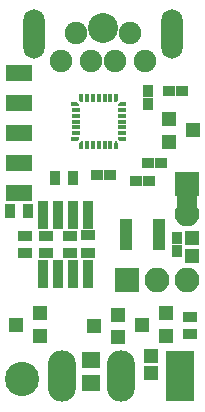
<source format=gts>
G04 #@! TF.GenerationSoftware,KiCad,Pcbnew,(2018-02-16 revision c95340fba)-makepkg*
G04 #@! TF.CreationDate,2018-05-22T14:01:30+02:00*
G04 #@! TF.ProjectId,LIN_USB_CONVERTER,4C494E5F5553425F434F4E5645525445,rev?*
G04 #@! TF.SameCoordinates,PX85b9e30PY4aad300*
G04 #@! TF.FileFunction,Soldermask,Top*
G04 #@! TF.FilePolarity,Negative*
%FSLAX46Y46*%
G04 Gerber Fmt 4.6, Leading zero omitted, Abs format (unit mm)*
G04 Created by KiCad (PCBNEW (2018-02-16 revision c95340fba)-makepkg) date 05/22/18 14:01:30*
%MOMM*%
%LPD*%
G01*
G04 APERTURE LIST*
%ADD10R,1.650000X1.400000*%
%ADD11R,0.900000X1.300000*%
%ADD12R,0.908000X2.400000*%
%ADD13R,1.300000X1.200000*%
%ADD14R,1.000000X0.900000*%
%ADD15R,0.900000X1.000000*%
%ADD16R,2.200000X1.400000*%
%ADD17R,2.100000X2.100000*%
%ADD18O,2.100000X2.100000*%
%ADD19R,1.670000X1.370000*%
%ADD20R,1.150000X1.200000*%
%ADD21R,0.702000X0.302000*%
%ADD22R,0.302000X0.702000*%
%ADD23R,0.102000X0.102000*%
%ADD24C,0.214000*%
%ADD25C,0.100000*%
%ADD26R,0.152000X0.152000*%
%ADD27R,0.502000X0.302000*%
%ADD28R,0.302000X0.502000*%
%ADD29C,2.540000*%
%ADD30C,2.900000*%
%ADD31R,1.300000X0.900000*%
%ADD32R,2.380000X4.360000*%
%ADD33O,2.380000X4.360000*%
%ADD34C,1.901140*%
%ADD35O,1.800000X4.200000*%
%ADD36C,1.900000*%
%ADD37R,1.000000X0.750000*%
G04 APERTURE END LIST*
D10*
X7620000Y-29835600D03*
X7620000Y-31835600D03*
D11*
X774000Y-17272000D03*
X2274000Y-17272000D03*
D12*
X3556000Y-17566000D03*
X4826000Y-17566000D03*
X6096000Y-17566000D03*
X7366000Y-17566000D03*
X7366000Y-22566000D03*
X6096000Y-22566000D03*
X4826000Y-22566000D03*
X3556000Y-22566000D03*
D11*
X6084000Y-14478000D03*
X4584000Y-14478000D03*
D13*
X14240000Y-9464000D03*
X14240000Y-11364000D03*
X16240000Y-10414000D03*
D14*
X15282000Y-7112000D03*
X14182000Y-7112000D03*
D15*
X12446000Y-7070000D03*
X12446000Y-8170000D03*
D16*
X1524000Y-15748000D03*
X1524000Y-8128000D03*
X1524000Y-10668000D03*
X1524000Y-5588000D03*
X1524000Y-13208000D03*
D17*
X15748000Y-14986000D03*
D18*
X15748000Y-17526000D03*
D19*
X15748000Y-15616000D03*
X15748000Y-16896000D03*
D13*
X9906000Y-27940000D03*
X9906000Y-26040000D03*
X7906000Y-26990000D03*
D20*
X16129000Y-21006500D03*
X16129000Y-19506500D03*
D15*
X14859000Y-19516000D03*
X14859000Y-20616000D03*
D21*
X6310000Y-8660000D03*
D22*
X7260000Y-7710000D03*
X9260000Y-7710000D03*
D21*
X10210000Y-8660000D03*
X6310000Y-10660000D03*
X10210000Y-10160000D03*
D22*
X8760000Y-11610000D03*
X7760000Y-11610000D03*
D23*
X6860000Y-11060000D03*
X6860000Y-8260000D03*
X9660000Y-8260000D03*
X9660000Y-11060000D03*
D24*
X9762920Y-7857080D03*
D25*
G36*
X9914241Y-7857080D02*
X9762920Y-8008401D01*
X9611599Y-7857080D01*
X9762920Y-7705759D01*
X9914241Y-7857080D01*
X9914241Y-7857080D01*
G37*
D24*
X9768000Y-11462920D03*
D25*
G36*
X9919321Y-11462920D02*
X9768000Y-11614241D01*
X9616679Y-11462920D01*
X9768000Y-11311599D01*
X9919321Y-11462920D01*
X9919321Y-11462920D01*
G37*
D24*
X6752000Y-7862160D03*
D25*
G36*
X6903321Y-7862160D02*
X6752000Y-8013481D01*
X6600679Y-7862160D01*
X6752000Y-7710839D01*
X6903321Y-7862160D01*
X6903321Y-7862160D01*
G37*
D24*
X6751240Y-11458320D03*
D25*
G36*
X6902561Y-11458320D02*
X6751240Y-11609641D01*
X6599919Y-11458320D01*
X6751240Y-11306999D01*
X6902561Y-11458320D01*
X6902561Y-11458320D01*
G37*
D24*
X10062920Y-8157080D03*
D25*
G36*
X10214241Y-8157080D02*
X10062920Y-8308401D01*
X9911599Y-8157080D01*
X10062920Y-8005759D01*
X10214241Y-8157080D01*
X10214241Y-8157080D01*
G37*
D24*
X10068000Y-11168000D03*
D25*
G36*
X10219321Y-11168000D02*
X10068000Y-11319321D01*
X9916679Y-11168000D01*
X10068000Y-11016679D01*
X10219321Y-11168000D01*
X10219321Y-11168000D01*
G37*
D24*
X6462160Y-8157080D03*
D25*
G36*
X6613481Y-8157080D02*
X6462160Y-8308401D01*
X6310839Y-8157080D01*
X6462160Y-8005759D01*
X6613481Y-8157080D01*
X6613481Y-8157080D01*
G37*
D24*
X6451520Y-11163680D03*
D25*
G36*
X6602841Y-11163680D02*
X6451520Y-11315001D01*
X6300199Y-11163680D01*
X6451520Y-11012359D01*
X6602841Y-11163680D01*
X6602841Y-11163680D01*
G37*
D26*
X6527720Y-11087920D03*
X6537160Y-8232080D03*
X6827000Y-7937160D03*
X9687920Y-7932080D03*
X9987920Y-8232080D03*
X9993000Y-11093000D03*
X9693000Y-11387920D03*
X6827440Y-11382120D03*
D27*
X6202600Y-11163680D03*
D21*
X6310000Y-10160000D03*
X6310000Y-9660000D03*
X6310000Y-9160000D03*
D27*
X6212760Y-8157080D03*
D28*
X6751240Y-7607680D03*
D22*
X7760000Y-7710000D03*
X8260000Y-7710000D03*
X8760000Y-7710000D03*
D28*
X9763680Y-7607680D03*
D27*
X10312320Y-8156320D03*
D21*
X10210000Y-9160000D03*
X10210000Y-9660000D03*
X10210000Y-10660000D03*
D27*
X10317400Y-11168760D03*
D28*
X9768000Y-11712320D03*
D22*
X9260000Y-11610000D03*
X8260000Y-11610000D03*
X7260000Y-11610000D03*
D28*
X6752000Y-11709040D03*
D14*
X9186000Y-14224000D03*
X8086000Y-14224000D03*
D29*
X8636000Y-1778000D03*
D30*
X1778000Y-31496000D03*
D20*
X12700000Y-29476000D03*
X12700000Y-30976000D03*
D14*
X12488000Y-14732000D03*
X11388000Y-14732000D03*
X13504000Y-13208000D03*
X12404000Y-13208000D03*
D31*
X16002000Y-26174000D03*
X16002000Y-27674000D03*
D13*
X3270000Y-27808000D03*
X3270000Y-25908000D03*
X1270000Y-26858000D03*
D17*
X10668000Y-23114000D03*
D18*
X13208000Y-23114000D03*
X15748000Y-23114000D03*
D32*
X15160000Y-31242000D03*
D33*
X10160000Y-31242000D03*
X5160000Y-31242000D03*
D31*
X5842000Y-20816000D03*
X5842000Y-19316000D03*
X3810000Y-20816000D03*
X3810000Y-19316000D03*
X2032000Y-20816000D03*
X2032000Y-19316000D03*
X7366000Y-20804000D03*
X7366000Y-19304000D03*
D13*
X13970000Y-27808000D03*
X13970000Y-25908000D03*
X11970000Y-26858000D03*
D34*
X12192860Y-4574120D03*
X9652860Y-4574120D03*
X7620860Y-4574120D03*
X5080860Y-4574120D03*
D35*
X14478000Y-2286000D03*
X2794000Y-2286000D03*
D36*
X6350000Y-2159000D03*
X10922000Y-2159000D03*
D37*
X10598000Y-20208000D03*
X10598000Y-19558000D03*
X13338000Y-18908000D03*
X10598000Y-18258000D03*
X13338000Y-20208000D03*
X13338000Y-19558000D03*
X10598000Y-18908000D03*
X13338000Y-18258000D03*
M02*

</source>
